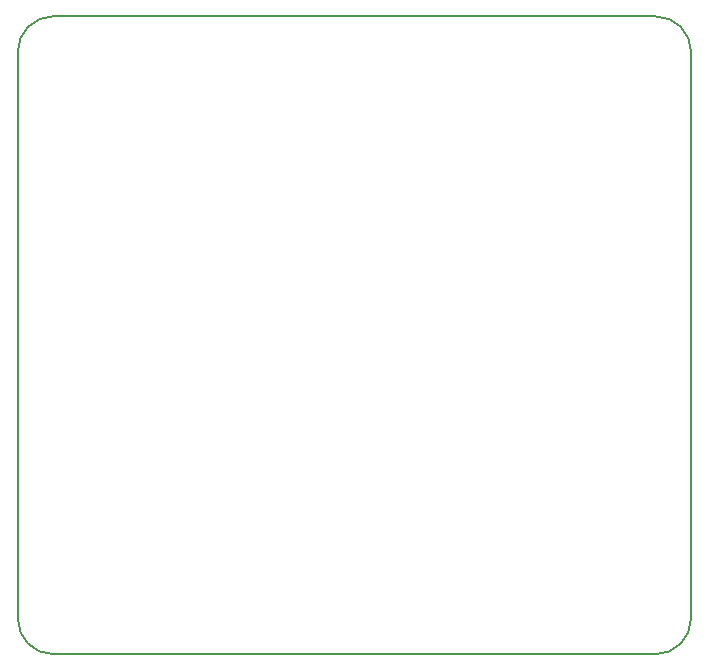
<source format=gm1>
G04 #@! TF.GenerationSoftware,KiCad,Pcbnew,5.0-dev-unknown-9241a39~61~ubuntu17.10.1*
G04 #@! TF.CreationDate,2018-07-25T16:03:07+02:00*
G04 #@! TF.ProjectId,tag-connect-hat,7461672D636F6E6E6563742D6861742E,rev?*
G04 #@! TF.SameCoordinates,Original*
G04 #@! TF.FileFunction,Profile,NP*
%FSLAX46Y46*%
G04 Gerber Fmt 4.6, Leading zero omitted, Abs format (unit mm)*
G04 Created by KiCad (PCBNEW 5.0-dev-unknown-9241a39~61~ubuntu17.10.1) date Wed Jul 25 16:03:07 2018*
%MOMM*%
%LPD*%
G01*
G04 APERTURE LIST*
%ADD10C,0.150000*%
G04 APERTURE END LIST*
D10*
X129000000Y-152000000D02*
X78000000Y-152000000D01*
X132000000Y-149000000D02*
G75*
G02X129000000Y-152000000I-3000000J0D01*
G01*
X75000000Y-149000000D02*
X75000000Y-101000000D01*
X78000000Y-152000000D02*
G75*
G02X75000000Y-149000000I0J3000000D01*
G01*
X78000000Y-98000000D02*
X129000000Y-98000000D01*
X75000000Y-101000000D02*
G75*
G02X78000000Y-98000000I3000000J0D01*
G01*
X129000000Y-98000000D02*
G75*
G02X132000000Y-101000000I0J-3000000D01*
G01*
X132000000Y-101000000D02*
X132000000Y-149000000D01*
M02*

</source>
